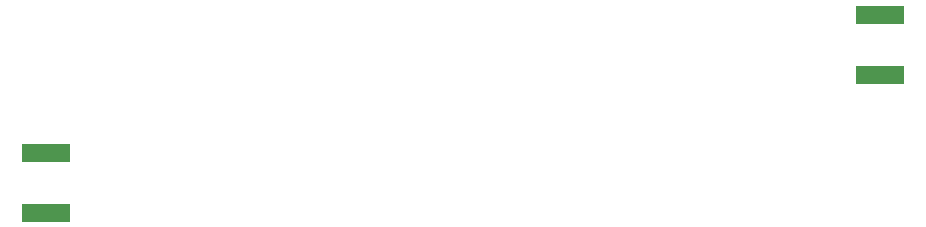
<source format=gbp>
G04 Layer: BottomPasteMaskLayer*
G04 EasyEDA v6.4.7, 2020-09-29T11:03:38+03:00*
G04 9486de1159244eee9c784153b90ba1e7,e225996ff9fb4a0db64c6d6541834e49,10*
G04 Gerber Generator version 0.2*
G04 Scale: 100 percent, Rotated: No, Reflected: No *
G04 Dimensions in millimeters *
G04 leading zeros omitted , absolute positions ,3 integer and 3 decimal *
%FSLAX33Y33*%
%MOMM*%
G90*
D02*

%ADD18R,4.064000X1.524000*%

%LPD*%
G54D18*
G01X4444Y11430D03*
G01X4444Y6350D03*
G01X75058Y18034D03*
G01X75058Y23114D03*
M00*
M02*

</source>
